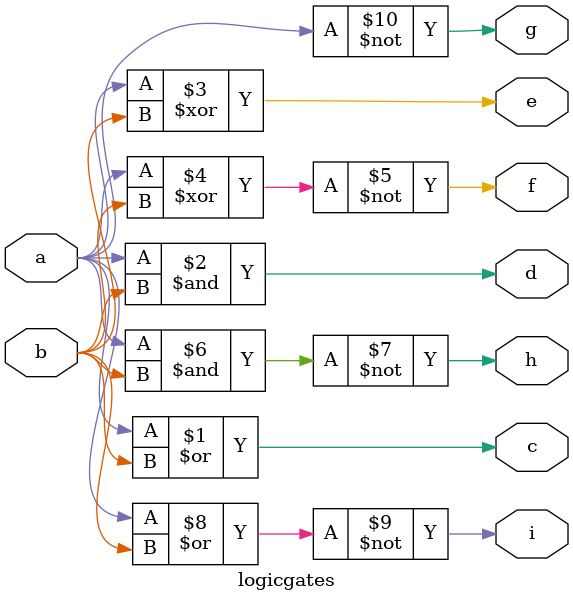
<source format=v>
module logicgates(input a,b,output c,d,e,f,g,h,i);
    or(c,a,b);
    and(d,a,b);
    xor(e,a,b);
    xnor(f,a,b);
    not(g,a);
    nand(h,a,b);
    nor(i,a,b);
endmodule

</source>
